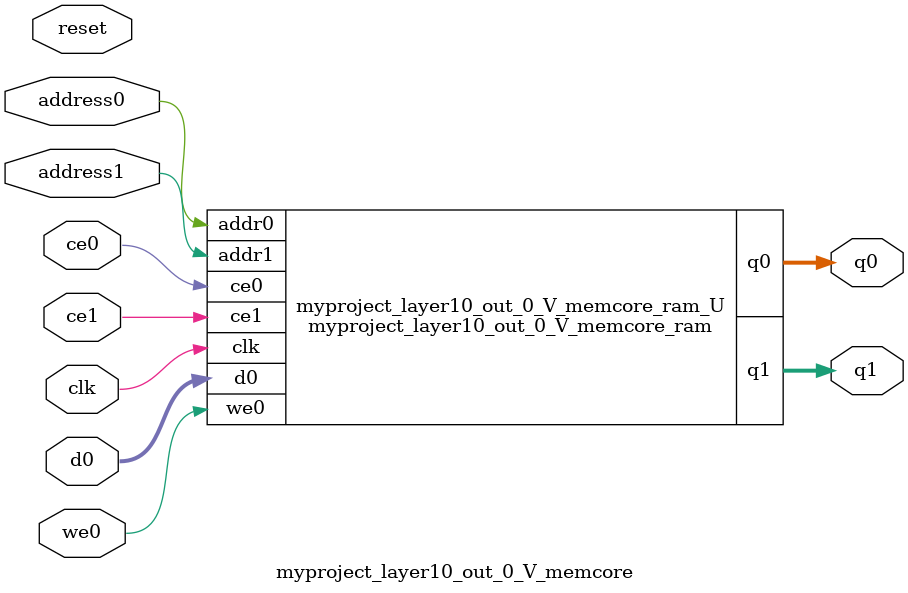
<source format=v>

`timescale 1 ns / 1 ps
module myproject_layer10_out_0_V_memcore_ram (addr0, ce0, d0, we0, q0, addr1, ce1, q1,  clk);

parameter DWIDTH = 16;
parameter AWIDTH = 1;
parameter MEM_SIZE = 2;

input[AWIDTH-1:0] addr0;
input ce0;
input[DWIDTH-1:0] d0;
input we0;
output reg[DWIDTH-1:0] q0;
input[AWIDTH-1:0] addr1;
input ce1;
output reg[DWIDTH-1:0] q1;
input clk;

(* ram_style = "distributed" *)reg [DWIDTH-1:0] ram[0:MEM_SIZE-1];




always @(posedge clk)  
begin 
    if (ce0) 
    begin
        if (we0) 
        begin 
            ram[addr0] <= d0; 
            q0 <= d0;
        end 
        else 
            q0 <= ram[addr0];
    end
end


always @(posedge clk)  
begin 
    if (ce1) 
    begin
            q1 <= ram[addr1];
    end
end


endmodule


`timescale 1 ns / 1 ps
module myproject_layer10_out_0_V_memcore(
    reset,
    clk,
    address0,
    ce0,
    we0,
    d0,
    q0,
    address1,
    ce1,
    q1);

parameter DataWidth = 32'd16;
parameter AddressRange = 32'd2;
parameter AddressWidth = 32'd1;
input reset;
input clk;
input[AddressWidth - 1:0] address0;
input ce0;
input we0;
input[DataWidth - 1:0] d0;
output[DataWidth - 1:0] q0;
input[AddressWidth - 1:0] address1;
input ce1;
output[DataWidth - 1:0] q1;



myproject_layer10_out_0_V_memcore_ram myproject_layer10_out_0_V_memcore_ram_U(
    .clk( clk ),
    .addr0( address0 ),
    .ce0( ce0 ),
    .we0( we0 ),
    .d0( d0 ),
    .q0( q0 ),
    .addr1( address1 ),
    .ce1( ce1 ),
    .q1( q1 ));

endmodule


</source>
